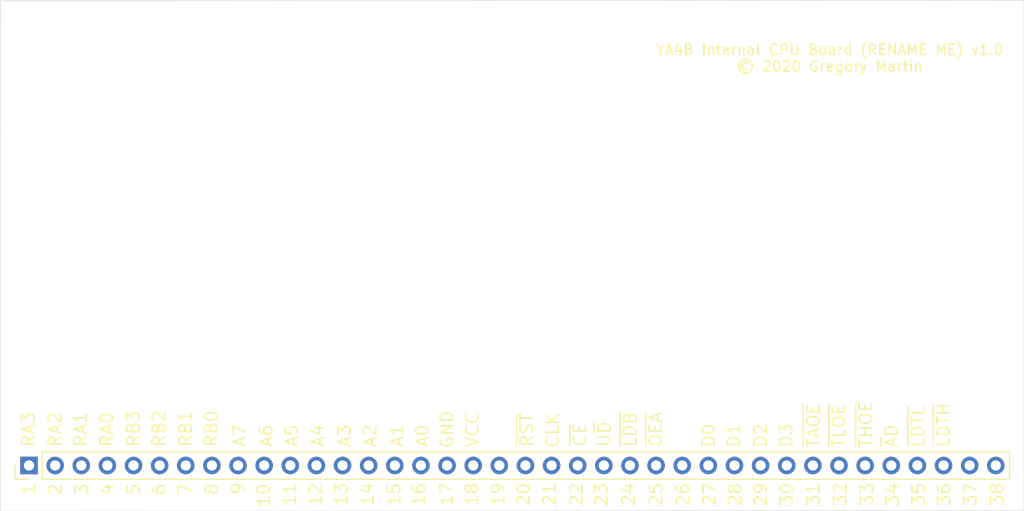
<source format=kicad_pcb>
(kicad_pcb (version 20171130) (host pcbnew "(5.1.4-0-10_14)")

  (general
    (thickness 1.6)
    (drawings 77)
    (tracks 0)
    (zones 0)
    (modules 1)
    (nets 39)
  )

  (page A4)
  (layers
    (0 F.Cu signal)
    (31 B.Cu signal)
    (32 B.Adhes user)
    (33 F.Adhes user)
    (34 B.Paste user)
    (35 F.Paste user)
    (36 B.SilkS user)
    (37 F.SilkS user)
    (38 B.Mask user)
    (39 F.Mask user)
    (40 Dwgs.User user)
    (41 Cmts.User user)
    (42 Eco1.User user)
    (43 Eco2.User user)
    (44 Edge.Cuts user)
    (45 Margin user)
    (46 B.CrtYd user)
    (47 F.CrtYd user)
    (48 B.Fab user)
    (49 F.Fab user)
  )

  (setup
    (last_trace_width 0.25)
    (trace_clearance 0.2)
    (zone_clearance 0.508)
    (zone_45_only no)
    (trace_min 0.2)
    (via_size 0.8)
    (via_drill 0.4)
    (via_min_size 0.4)
    (via_min_drill 0.3)
    (uvia_size 0.3)
    (uvia_drill 0.1)
    (uvias_allowed no)
    (uvia_min_size 0.2)
    (uvia_min_drill 0.1)
    (edge_width 0.05)
    (segment_width 0.2)
    (pcb_text_width 0.3)
    (pcb_text_size 1.5 1.5)
    (mod_edge_width 0.12)
    (mod_text_size 1 1)
    (mod_text_width 0.15)
    (pad_size 1.524 1.524)
    (pad_drill 0.762)
    (pad_to_mask_clearance 0.051)
    (solder_mask_min_width 0.25)
    (aux_axis_origin 0 0)
    (visible_elements FFFFFF7F)
    (pcbplotparams
      (layerselection 0x010fc_ffffffff)
      (usegerberextensions false)
      (usegerberattributes false)
      (usegerberadvancedattributes false)
      (creategerberjobfile false)
      (excludeedgelayer true)
      (linewidth 0.100000)
      (plotframeref false)
      (viasonmask false)
      (mode 1)
      (useauxorigin false)
      (hpglpennumber 1)
      (hpglpenspeed 20)
      (hpglpendiameter 15.000000)
      (psnegative false)
      (psa4output false)
      (plotreference true)
      (plotvalue true)
      (plotinvisibletext false)
      (padsonsilk false)
      (subtractmaskfromsilk false)
      (outputformat 1)
      (mirror false)
      (drillshape 0)
      (scaleselection 1)
      (outputdirectory "./gerbers"))
  )

  (net 0 "")
  (net 1 GND)
  (net 2 VCC)
  (net 3 "Net-(J1-Pad19)")
  (net 4 ~RST~)
  (net 5 CLK)
  (net 6 "Net-(J1-Pad26)")
  (net 7 ~TAOE~)
  (net 8 ~TLOE~)
  (net 9 ~THOE~)
  (net 10 ~A~D)
  (net 11 ~LDTL~)
  (net 12 ~LDTH~)
  (net 13 "Net-(J1-Pad37)")
  (net 14 "Net-(J1-Pad38)")
  (net 15 RA3)
  (net 16 RA2)
  (net 17 RA1)
  (net 18 RA0)
  (net 19 RB3)
  (net 20 RB2)
  (net 21 RB1)
  (net 22 RB0)
  (net 23 A7)
  (net 24 A6)
  (net 25 A5)
  (net 26 A4)
  (net 27 A3)
  (net 28 A2)
  (net 29 A1)
  (net 30 A0)
  (net 31 ~CE~)
  (net 32 U~D~)
  (net 33 ~LDB~)
  (net 34 ~OEA~)
  (net 35 D0)
  (net 36 D1)
  (net 37 D2)
  (net 38 D3)

  (net_class Default "This is the default net class."
    (clearance 0.2)
    (trace_width 0.25)
    (via_dia 0.8)
    (via_drill 0.4)
    (uvia_dia 0.3)
    (uvia_drill 0.1)
    (add_net A0)
    (add_net A1)
    (add_net A2)
    (add_net A3)
    (add_net A4)
    (add_net A5)
    (add_net A6)
    (add_net A7)
    (add_net CLK)
    (add_net D0)
    (add_net D1)
    (add_net D2)
    (add_net D3)
    (add_net GND)
    (add_net "Net-(J1-Pad19)")
    (add_net "Net-(J1-Pad26)")
    (add_net "Net-(J1-Pad37)")
    (add_net "Net-(J1-Pad38)")
    (add_net RA0)
    (add_net RA1)
    (add_net RA2)
    (add_net RA3)
    (add_net RB0)
    (add_net RB1)
    (add_net RB2)
    (add_net RB3)
    (add_net U~D~)
    (add_net VCC)
    (add_net ~A~D)
    (add_net ~CE~)
    (add_net ~LDB~)
    (add_net ~LDTH~)
    (add_net ~LDTL~)
    (add_net ~OEA~)
    (add_net ~RST~)
    (add_net ~TAOE~)
    (add_net ~THOE~)
    (add_net ~TLOE~)
  )

  (module Connector_PinHeader_2.54mm:PinHeader_1x38_P2.54mm_Vertical (layer F.Cu) (tedit 59FED5CC) (tstamp 5E406086)
    (at 74.422 127.9525 90)
    (descr "Through hole straight pin header, 1x38, 2.54mm pitch, single row")
    (tags "Through hole pin header THT 1x38 2.54mm single row")
    (path /5E739D56)
    (fp_text reference J1 (at 0 -2.33 90) (layer F.SilkS) hide
      (effects (font (size 1 1) (thickness 0.15)))
    )
    (fp_text value BusConn (at 0 96.31 90) (layer F.Fab) hide
      (effects (font (size 1 1) (thickness 0.15)))
    )
    (fp_line (start -0.635 -1.27) (end 1.27 -1.27) (layer F.Fab) (width 0.1))
    (fp_line (start 1.27 -1.27) (end 1.27 95.25) (layer F.Fab) (width 0.1))
    (fp_line (start 1.27 95.25) (end -1.27 95.25) (layer F.Fab) (width 0.1))
    (fp_line (start -1.27 95.25) (end -1.27 -0.635) (layer F.Fab) (width 0.1))
    (fp_line (start -1.27 -0.635) (end -0.635 -1.27) (layer F.Fab) (width 0.1))
    (fp_line (start -1.33 95.31) (end 1.33 95.31) (layer F.SilkS) (width 0.12))
    (fp_line (start -1.33 1.27) (end -1.33 95.31) (layer F.SilkS) (width 0.12))
    (fp_line (start 1.33 1.27) (end 1.33 95.31) (layer F.SilkS) (width 0.12))
    (fp_line (start -1.33 1.27) (end 1.33 1.27) (layer F.SilkS) (width 0.12))
    (fp_line (start -1.33 0) (end -1.33 -1.33) (layer F.SilkS) (width 0.12))
    (fp_line (start -1.33 -1.33) (end 0 -1.33) (layer F.SilkS) (width 0.12))
    (fp_line (start -1.8 -1.8) (end -1.8 95.75) (layer F.CrtYd) (width 0.05))
    (fp_line (start -1.8 95.75) (end 1.8 95.75) (layer F.CrtYd) (width 0.05))
    (fp_line (start 1.8 95.75) (end 1.8 -1.8) (layer F.CrtYd) (width 0.05))
    (fp_line (start 1.8 -1.8) (end -1.8 -1.8) (layer F.CrtYd) (width 0.05))
    (fp_text user %R (at 0 46.99) (layer F.Fab) hide
      (effects (font (size 1 1) (thickness 0.15)))
    )
    (pad 1 thru_hole rect (at 0 0 90) (size 1.7 1.7) (drill 1) (layers *.Cu *.Mask)
      (net 15 RA3))
    (pad 2 thru_hole oval (at 0 2.54 90) (size 1.7 1.7) (drill 1) (layers *.Cu *.Mask)
      (net 16 RA2))
    (pad 3 thru_hole oval (at 0 5.08 90) (size 1.7 1.7) (drill 1) (layers *.Cu *.Mask)
      (net 17 RA1))
    (pad 4 thru_hole oval (at 0 7.62 90) (size 1.7 1.7) (drill 1) (layers *.Cu *.Mask)
      (net 18 RA0))
    (pad 5 thru_hole oval (at 0 10.16 90) (size 1.7 1.7) (drill 1) (layers *.Cu *.Mask)
      (net 19 RB3))
    (pad 6 thru_hole oval (at 0 12.7 90) (size 1.7 1.7) (drill 1) (layers *.Cu *.Mask)
      (net 20 RB2))
    (pad 7 thru_hole oval (at 0 15.24 90) (size 1.7 1.7) (drill 1) (layers *.Cu *.Mask)
      (net 21 RB1))
    (pad 8 thru_hole oval (at 0 17.78 90) (size 1.7 1.7) (drill 1) (layers *.Cu *.Mask)
      (net 22 RB0))
    (pad 9 thru_hole oval (at 0 20.32 90) (size 1.7 1.7) (drill 1) (layers *.Cu *.Mask)
      (net 23 A7))
    (pad 10 thru_hole oval (at 0 22.86 90) (size 1.7 1.7) (drill 1) (layers *.Cu *.Mask)
      (net 24 A6))
    (pad 11 thru_hole oval (at 0 25.4 90) (size 1.7 1.7) (drill 1) (layers *.Cu *.Mask)
      (net 25 A5))
    (pad 12 thru_hole oval (at 0 27.94 90) (size 1.7 1.7) (drill 1) (layers *.Cu *.Mask)
      (net 26 A4))
    (pad 13 thru_hole oval (at 0 30.48 90) (size 1.7 1.7) (drill 1) (layers *.Cu *.Mask)
      (net 27 A3))
    (pad 14 thru_hole oval (at 0 33.02 90) (size 1.7 1.7) (drill 1) (layers *.Cu *.Mask)
      (net 28 A2))
    (pad 15 thru_hole oval (at 0 35.56 90) (size 1.7 1.7) (drill 1) (layers *.Cu *.Mask)
      (net 29 A1))
    (pad 16 thru_hole oval (at 0 38.1 90) (size 1.7 1.7) (drill 1) (layers *.Cu *.Mask)
      (net 30 A0))
    (pad 17 thru_hole oval (at 0 40.64 90) (size 1.7 1.7) (drill 1) (layers *.Cu *.Mask)
      (net 1 GND))
    (pad 18 thru_hole oval (at 0 43.18 90) (size 1.7 1.7) (drill 1) (layers *.Cu *.Mask)
      (net 2 VCC))
    (pad 19 thru_hole oval (at 0 45.72 90) (size 1.7 1.7) (drill 1) (layers *.Cu *.Mask)
      (net 3 "Net-(J1-Pad19)"))
    (pad 20 thru_hole oval (at 0 48.26 90) (size 1.7 1.7) (drill 1) (layers *.Cu *.Mask)
      (net 4 ~RST~))
    (pad 21 thru_hole oval (at 0 50.8 90) (size 1.7 1.7) (drill 1) (layers *.Cu *.Mask)
      (net 5 CLK))
    (pad 22 thru_hole oval (at 0 53.34 90) (size 1.7 1.7) (drill 1) (layers *.Cu *.Mask)
      (net 31 ~CE~))
    (pad 23 thru_hole oval (at 0 55.88 90) (size 1.7 1.7) (drill 1) (layers *.Cu *.Mask)
      (net 32 U~D~))
    (pad 24 thru_hole oval (at 0 58.42 90) (size 1.7 1.7) (drill 1) (layers *.Cu *.Mask)
      (net 33 ~LDB~))
    (pad 25 thru_hole oval (at 0 60.96 90) (size 1.7 1.7) (drill 1) (layers *.Cu *.Mask)
      (net 34 ~OEA~))
    (pad 26 thru_hole oval (at 0 63.5 90) (size 1.7 1.7) (drill 1) (layers *.Cu *.Mask)
      (net 6 "Net-(J1-Pad26)"))
    (pad 27 thru_hole oval (at 0 66.04 90) (size 1.7 1.7) (drill 1) (layers *.Cu *.Mask)
      (net 35 D0))
    (pad 28 thru_hole oval (at 0 68.58 90) (size 1.7 1.7) (drill 1) (layers *.Cu *.Mask)
      (net 36 D1))
    (pad 29 thru_hole oval (at 0 71.12 90) (size 1.7 1.7) (drill 1) (layers *.Cu *.Mask)
      (net 37 D2))
    (pad 30 thru_hole oval (at 0 73.66 90) (size 1.7 1.7) (drill 1) (layers *.Cu *.Mask)
      (net 38 D3))
    (pad 31 thru_hole oval (at 0 76.2 90) (size 1.7 1.7) (drill 1) (layers *.Cu *.Mask)
      (net 7 ~TAOE~))
    (pad 32 thru_hole oval (at 0 78.74 90) (size 1.7 1.7) (drill 1) (layers *.Cu *.Mask)
      (net 8 ~TLOE~))
    (pad 33 thru_hole oval (at 0 81.28 90) (size 1.7 1.7) (drill 1) (layers *.Cu *.Mask)
      (net 9 ~THOE~))
    (pad 34 thru_hole oval (at 0 83.82 90) (size 1.7 1.7) (drill 1) (layers *.Cu *.Mask)
      (net 10 ~A~D))
    (pad 35 thru_hole oval (at 0 86.36 90) (size 1.7 1.7) (drill 1) (layers *.Cu *.Mask)
      (net 11 ~LDTL~))
    (pad 36 thru_hole oval (at 0 88.9 90) (size 1.7 1.7) (drill 1) (layers *.Cu *.Mask)
      (net 12 ~LDTH~))
    (pad 37 thru_hole oval (at 0 91.44 90) (size 1.7 1.7) (drill 1) (layers *.Cu *.Mask)
      (net 13 "Net-(J1-Pad37)"))
    (pad 38 thru_hole oval (at 0 93.98 90) (size 1.7 1.7) (drill 1) (layers *.Cu *.Mask)
      (net 14 "Net-(J1-Pad38)"))
    (model ${KISYS3DMOD}/Connector_PinHeader_2.54mm.3dshapes/PinHeader_1x38_P2.54mm_Vertical.wrl
      (at (xyz 0 0 0))
      (scale (xyz 1 1 1))
      (rotate (xyz 0 0 0))
    )
  )

  (gr_text ~OEA~ (at 135.3439 126.238 90) (layer F.SilkS) (tstamp 5E97A375)
    (effects (font (size 1.2 1.2) (thickness 0.15)) (justify left))
  )
  (gr_text ~LDB~ (at 132.8674 126.238 90) (layer F.SilkS) (tstamp 5E97A368)
    (effects (font (size 1.2 1.2) (thickness 0.15)) (justify left))
  )
  (gr_text U~D~ (at 130.3528 126.238 90) (layer F.SilkS) (tstamp 5E97A35E)
    (effects (font (size 1.2 1.2) (thickness 0.15)) (justify left))
  )
  (gr_text ~CE~ (at 127.9779 126.1999 90) (layer F.SilkS) (tstamp 5E97A350)
    (effects (font (size 1.2 1.2) (thickness 0.15)) (justify left))
  )
  (gr_text RA3 (at 74.3458 126.238 90) (layer F.SilkS) (tstamp 5E97A2CC)
    (effects (font (size 1.2 1.2) (thickness 0.15)) (justify left))
  )
  (gr_text RA2 (at 76.9493 126.238 90) (layer F.SilkS) (tstamp 5E97A2CB)
    (effects (font (size 1.2 1.2) (thickness 0.15)) (justify left))
  )
  (gr_text RA1 (at 79.4258 126.238 90) (layer F.SilkS) (tstamp 5E97A2CA)
    (effects (font (size 1.2 1.2) (thickness 0.15)) (justify left))
  )
  (gr_text RA0 (at 81.9658 126.238 90) (layer F.SilkS) (tstamp 5E97A2C9)
    (effects (font (size 1.2 1.2) (thickness 0.15)) (justify left))
  )
  (gr_text RB3 (at 84.5693 126.238 90) (layer F.SilkS) (tstamp 5E97A2C8)
    (effects (font (size 1.2 1.2) (thickness 0.15)) (justify left))
  )
  (gr_text RB2 (at 87.0458 126.238 90) (layer F.SilkS) (tstamp 5E97A2C7)
    (effects (font (size 1.2 1.2) (thickness 0.15)) (justify left))
  )
  (gr_text RB1 (at 89.6493 126.238 90) (layer F.SilkS) (tstamp 5E97A2C6)
    (effects (font (size 1.2 1.2) (thickness 0.15)) (justify left))
  )
  (gr_text RB0 (at 92.1258 126.238 90) (layer F.SilkS) (tstamp 5E97A2C5)
    (effects (font (size 1.2 1.2) (thickness 0.15)) (justify left))
  )
  (gr_text "YA4B Internal CPU Board (RENAME ME) v1.0\n© 2020 Gregory Martin" (at 152.2603 88.3412) (layer F.SilkS)
    (effects (font (size 1 1) (thickness 0.15)))
  )
  (gr_line (start 171.1452 82.7278) (end 171.1452 132.334) (layer Edge.Cuts) (width 0.05))
  (gr_line (start 71.6661 82.7786) (end 171.1452 82.7278) (layer Edge.Cuts) (width 0.05))
  (gr_line (start 71.628 132.3848) (end 71.6661 82.7786) (layer Edge.Cuts) (width 0.05))
  (gr_line (start 171.1452 132.334) (end 71.628 132.3848) (layer Edge.Cuts) (width 0.05))
  (gr_text ~LDTH~ (at 163.322 126.3015 90) (layer F.SilkS) (tstamp 5E40D426)
    (effects (font (size 1.2 1.2) (thickness 0.15)) (justify left))
  )
  (gr_text ~LDTL~ (at 160.8455 126.3015 90) (layer F.SilkS) (tstamp 5E40D424)
    (effects (font (size 1.2 1.2) (thickness 0.15)) (justify left))
  )
  (gr_text ~TAOE~ (at 150.6855 126.3015 90) (layer F.SilkS) (tstamp 5E40D41E)
    (effects (font (size 1.2 1.2) (thickness 0.15)) (justify left))
  )
  (gr_text ~THOE~ (at 155.7655 126.3015 90) (layer F.SilkS) (tstamp 5E40D41D)
    (effects (font (size 1.2 1.2) (thickness 0.15)) (justify left))
  )
  (gr_text ~TLOE~ (at 153.162 126.3015 90) (layer F.SilkS) (tstamp 5E40D41C)
    (effects (font (size 1.2 1.2) (thickness 0.15)) (justify left))
  )
  (gr_text ~A~D (at 158.242 126.3015 90) (layer F.SilkS) (tstamp 5E40D41B)
    (effects (font (size 1.2 1.2) (thickness 0.15)) (justify left))
  )
  (gr_text CLK (at 125.3363 126.3015 90) (layer F.SilkS) (tstamp 5E40D40D)
    (effects (font (size 1.2 1.2) (thickness 0.15)) (justify left))
  )
  (gr_text D1 (at 142.9385 126.3015 90) (layer F.SilkS) (tstamp 5E40D263)
    (effects (font (size 1.2 1.2) (thickness 0.15)) (justify left))
  )
  (gr_text D2 (at 145.542 126.3015 90) (layer F.SilkS) (tstamp 5E40D262)
    (effects (font (size 1.2 1.2) (thickness 0.15)) (justify left))
  )
  (gr_text D3 (at 148.0185 126.3015 90) (layer F.SilkS) (tstamp 5E40D261)
    (effects (font (size 1.2 1.2) (thickness 0.15)) (justify left))
  )
  (gr_text VCC (at 117.5258 126.2761 90) (layer F.SilkS) (tstamp 5E40D260)
    (effects (font (size 1.2 1.2) (thickness 0.15)) (justify left))
  )
  (gr_text D0 (at 140.462 126.3015 90) (layer F.SilkS) (tstamp 5E40D25F)
    (effects (font (size 1.2 1.2) (thickness 0.15)) (justify left))
  )
  (gr_text ~RST~ (at 122.809 126.238 90) (layer F.SilkS) (tstamp 5E40D25E)
    (effects (font (size 1.2 1.2) (thickness 0.15)) (justify left))
  )
  (gr_text GND (at 115.0493 126.365 90) (layer F.SilkS) (tstamp 5E40D25C)
    (effects (font (size 1.2 1.2) (thickness 0.15)) (justify left))
  )
  (gr_text A0 (at 112.649 126.238 90) (layer F.SilkS) (tstamp 5E40D20E)
    (effects (font (size 1.2 1.2) (thickness 0.15)) (justify left))
  )
  (gr_text A1 (at 110.1725 126.238 90) (layer F.SilkS) (tstamp 5E40D20C)
    (effects (font (size 1.2 1.2) (thickness 0.15)) (justify left))
  )
  (gr_text A2 (at 107.569 126.238 90) (layer F.SilkS) (tstamp 5E40D20A)
    (effects (font (size 1.2 1.2) (thickness 0.15)) (justify left))
  )
  (gr_text A3 (at 105.0925 126.238 90) (layer F.SilkS) (tstamp 5E40D208)
    (effects (font (size 1.2 1.2) (thickness 0.15)) (justify left))
  )
  (gr_text A4 (at 102.489 126.238 90) (layer F.SilkS) (tstamp 5E40D206)
    (effects (font (size 1.2 1.2) (thickness 0.15)) (justify left))
  )
  (gr_text A5 (at 99.949 126.238 90) (layer F.SilkS) (tstamp 5E40D204)
    (effects (font (size 1.2 1.2) (thickness 0.15)) (justify left))
  )
  (gr_text A6 (at 97.4725 126.238 90) (layer F.SilkS) (tstamp 5E40D202)
    (effects (font (size 1.2 1.2) (thickness 0.15)) (justify left))
  )
  (gr_text A7 (at 94.869 126.238 90) (layer F.SilkS)
    (effects (font (size 1.2 1.2) (thickness 0.15)) (justify left))
  )
  (gr_text 35 (at 160.909 132.0165 90) (layer F.SilkS) (tstamp 5E40D1BE)
    (effects (font (size 1.2 1.2) (thickness 0.15)) (justify left))
  )
  (gr_text 33 (at 155.8925 132.0165 90) (layer F.SilkS) (tstamp 5E40D1BD)
    (effects (font (size 1.2 1.2) (thickness 0.15)) (justify left))
  )
  (gr_text 37 (at 165.9255 132.0165 90) (layer F.SilkS) (tstamp 5E40D1BC)
    (effects (font (size 1.2 1.2) (thickness 0.15)) (justify left))
  )
  (gr_text 34 (at 158.369 132.0165 90) (layer F.SilkS) (tstamp 5E40D1BB)
    (effects (font (size 1.2 1.2) (thickness 0.15)) (justify left))
  )
  (gr_text 38 (at 168.529 132.0165 90) (layer F.SilkS) (tstamp 5E40D1BA)
    (effects (font (size 1.2 1.2) (thickness 0.15)) (justify left))
  )
  (gr_text 36 (at 163.3855 132.0165 90) (layer F.SilkS) (tstamp 5E40D1B9)
    (effects (font (size 1.2 1.2) (thickness 0.15)) (justify left))
  )
  (gr_text 32 (at 153.289 132.0165 90) (layer F.SilkS) (tstamp 5E40D1B8)
    (effects (font (size 1.2 1.2) (thickness 0.15)) (justify left))
  )
  (gr_text 25 (at 135.382 132.0165 90) (layer F.SilkS) (tstamp 5E40D1B7)
    (effects (font (size 1.2 1.2) (thickness 0.15)) (justify left))
  )
  (gr_text 30 (at 148.082 132.0165 90) (layer F.SilkS) (tstamp 5E40D1B6)
    (effects (font (size 1.2 1.2) (thickness 0.15)) (justify left))
  )
  (gr_text 28 (at 143.0655 132.0165 90) (layer F.SilkS) (tstamp 5E40D1B5)
    (effects (font (size 1.2 1.2) (thickness 0.15)) (justify left))
  )
  (gr_text 26 (at 137.9855 132.0165 90) (layer F.SilkS) (tstamp 5E40D1B4)
    (effects (font (size 1.2 1.2) (thickness 0.15)) (justify left))
  )
  (gr_text 31 (at 150.6855 132.0165 90) (layer F.SilkS) (tstamp 5E40D1B3)
    (effects (font (size 1.2 1.2) (thickness 0.15)) (justify left))
  )
  (gr_text 29 (at 145.542 132.0165 90) (layer F.SilkS) (tstamp 5E40D1B2)
    (effects (font (size 1.2 1.2) (thickness 0.15)) (justify left))
  )
  (gr_text 27 (at 140.589 132.0165 90) (layer F.SilkS) (tstamp 5E40D1B1)
    (effects (font (size 1.2 1.2) (thickness 0.15)) (justify left))
  )
  (gr_text 24 (at 132.715 132.0165 90) (layer F.SilkS) (tstamp 5E40D1B0)
    (effects (font (size 1.2 1.2) (thickness 0.15)) (justify left))
  )
  (gr_text 19 (at 120.015 132.0165 90) (layer F.SilkS) (tstamp 5E40D159)
    (effects (font (size 1.2 1.2) (thickness 0.15)) (justify left))
  )
  (gr_text 17 (at 114.9985 132.0165 90) (layer F.SilkS) (tstamp 5E40D166)
    (effects (font (size 1.2 1.2) (thickness 0.15)) (justify left))
  )
  (gr_text 21 (at 125.0315 132.0165 90) (layer F.SilkS) (tstamp 5E40D157)
    (effects (font (size 1.2 1.2) (thickness 0.15)) (justify left))
  )
  (gr_text 18 (at 117.475 132.0165 90) (layer F.SilkS) (tstamp 5E40D156)
    (effects (font (size 1.2 1.2) (thickness 0.15)) (justify left))
  )
  (gr_text 23 (at 130.048 132.0165 90) (layer F.SilkS) (tstamp 5E40D155)
    (effects (font (size 1.2 1.2) (thickness 0.15)) (justify left))
  )
  (gr_text 22 (at 127.635 132.0165 90) (layer F.SilkS) (tstamp 5E40D154)
    (effects (font (size 1.2 1.2) (thickness 0.15)) (justify left))
  )
  (gr_text 20 (at 122.4915 132.0165 90) (layer F.SilkS) (tstamp 5E40D153)
    (effects (font (size 1.2 1.2) (thickness 0.15)) (justify left))
  )
  (gr_text 9 (at 94.742 130.8735 90) (layer F.SilkS) (tstamp 5E40D12C)
    (effects (font (size 1.2 1.2) (thickness 0.15)) (justify left))
  )
  (gr_text 14 (at 107.315 132.0165 90) (layer F.SilkS) (tstamp 5E40D12B)
    (effects (font (size 1.2 1.2) (thickness 0.15)) (justify left))
  )
  (gr_text 12 (at 102.2985 132.0165 90) (layer F.SilkS) (tstamp 5E40D12A)
    (effects (font (size 1.2 1.2) (thickness 0.15)) (justify left))
  )
  (gr_text 10 (at 97.2185 132.08 90) (layer F.SilkS) (tstamp 5E40D129)
    (effects (font (size 1.2 1.2) (thickness 0.15)) (justify left))
  )
  (gr_text 15 (at 109.9185 132.0165 90) (layer F.SilkS) (tstamp 5E40D128)
    (effects (font (size 1.2 1.2) (thickness 0.15)) (justify left))
  )
  (gr_text 13 (at 104.775 132.0165 90) (layer F.SilkS) (tstamp 5E40D127)
    (effects (font (size 1.2 1.2) (thickness 0.15)) (justify left))
  )
  (gr_text 11 (at 99.7585 132.0165 90) (layer F.SilkS) (tstamp 5E40D126)
    (effects (font (size 1.2 1.2) (thickness 0.15)) (justify left))
  )
  (gr_text 16 (at 112.3315 132.0165 90) (layer F.SilkS) (tstamp 5E40D125)
    (effects (font (size 1.2 1.2) (thickness 0.15)) (justify left))
  )
  (gr_text 8 (at 92.202 130.937 90) (layer F.SilkS) (tstamp 5E40D121)
    (effects (font (size 1.2 1.2) (thickness 0.15)) (justify left))
  )
  (gr_text 7 (at 89.5985 130.937 90) (layer F.SilkS) (tstamp 5E40D11F)
    (effects (font (size 1.2 1.2) (thickness 0.15)) (justify left))
  )
  (gr_text 6 (at 87.0585 130.937 90) (layer F.SilkS) (tstamp 5E40D11D)
    (effects (font (size 1.2 1.2) (thickness 0.15)) (justify left))
  )
  (gr_text 5 (at 84.582 130.937 90) (layer F.SilkS) (tstamp 5E40D11B)
    (effects (font (size 1.2 1.2) (thickness 0.15)) (justify left))
  )
  (gr_text 4 (at 82.042 130.937 90) (layer F.SilkS) (tstamp 5E40D119)
    (effects (font (size 1.2 1.2) (thickness 0.15)) (justify left))
  )
  (gr_text 3 (at 79.5655 130.937 90) (layer F.SilkS) (tstamp 5E40D10C)
    (effects (font (size 1.2 1.2) (thickness 0.15)) (justify left))
  )
  (gr_text 2 (at 76.962 130.937 90) (layer F.SilkS) (tstamp 5E40D10A)
    (effects (font (size 1.2 1.2) (thickness 0.15)) (justify left))
  )
  (gr_text 1 (at 74.422 130.937 90) (layer F.SilkS)
    (effects (font (size 1.2 1.2) (thickness 0.15)) (justify left))
  )

)

</source>
